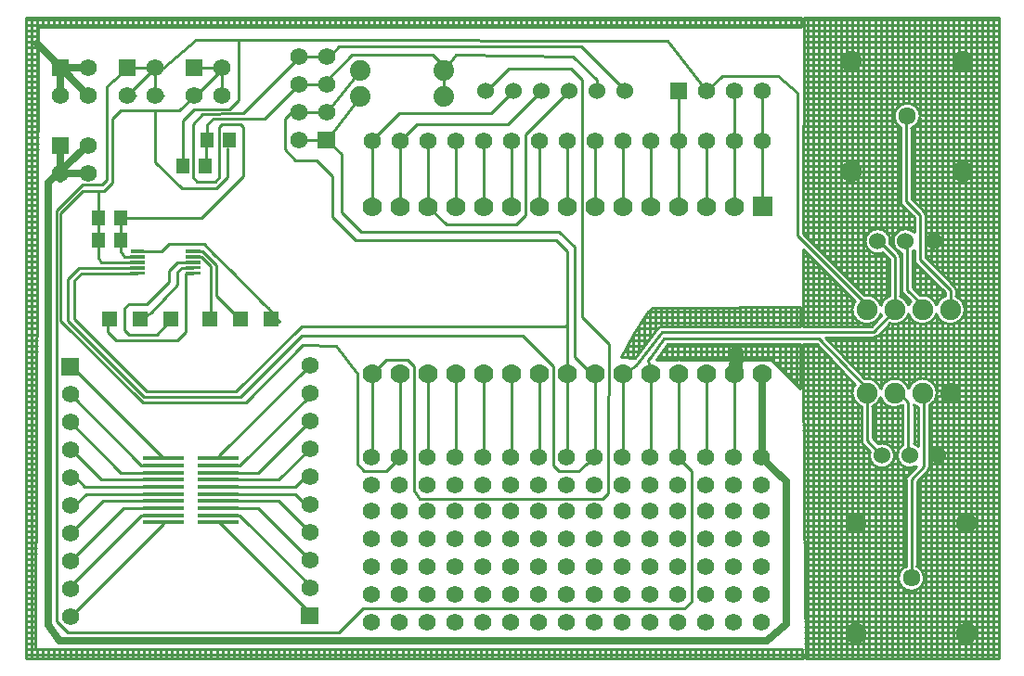
<source format=gtl>
G04 Layer: TopLayer*
G04 EasyEDA v6.1.30, Mon, 13 May 2019 14:05:24 GMT*
G04 ec786ea291e64042a76a9efa09ec0a6e,e7f1f9e1ee6f4799bc2d14f0a93ba244,10*
G04 Gerber Generator version 0.2*
G04 Scale: 100 percent, Rotated: No, Reflected: No *
G04 Dimensions in inches *
G04 leading zeros omitted , absolute positions ,2 integer and 4 decimal *
%FSLAX24Y24*%
%MOIN*%
G90*
G70D02*

%ADD10C,0.010000*%
%ADD11C,0.025000*%
%ADD12C,0.050000*%
%ADD13R,0.055118X0.055118*%
%ADD14R,0.045670X0.057087*%
%ADD15R,0.150000X0.016000*%
%ADD16R,0.051181X0.011800*%
%ADD17C,0.062000*%
%ADD18R,0.062000X0.062000*%
%ADD20C,0.070000*%
%ADD21C,0.063500*%
%ADD22C,0.075500*%
%ADD23C,0.060000*%
%ADD24C,0.074000*%
%ADD25C,0.075000*%

%LPD*%
G54D10*
G01X7100Y6328D02*
G01X9827Y6328D01*
G01X10200Y6700D01*
G01X10350Y6700D01*
G01X7100Y6071D02*
G01X9827Y6071D01*
G01X10200Y5700D01*
G01X10350Y5700D01*
G01X7100Y6583D02*
G01X9233Y6583D01*
G01X10350Y7700D01*
G01X7100Y5816D02*
G01X9233Y5816D01*
G01X10350Y4700D01*
G01X7100Y5560D02*
G01X8489Y5560D01*
G01X10350Y3700D01*
G01X7100Y5303D02*
G01X7846Y5303D01*
G01X10450Y2700D01*
G01X10350Y2700D01*
G01X7100Y5048D02*
G01X10350Y1798D01*
G01X10350Y1700D01*
G01X7100Y6839D02*
G01X8489Y6839D01*
G01X10350Y8700D01*
G01X7100Y7096D02*
G01X7846Y7096D01*
G01X10450Y9700D01*
G01X10350Y9700D01*
G01X7100Y7351D02*
G01X7100Y7450D01*
G01X10350Y10700D01*
G01X5100Y6328D02*
G01X2271Y6328D01*
G01X1950Y6650D01*
G01X1750Y6650D01*
G01X5100Y6071D02*
G01X2321Y6071D01*
G01X1900Y5650D01*
G01X1750Y5650D01*
G01X5100Y6584D02*
G01X2865Y6584D01*
G01X1800Y7650D01*
G01X1750Y7650D01*
G01X5100Y5816D02*
G01X2916Y5816D01*
G01X1750Y4650D01*
G01X5100Y5560D02*
G01X3660Y5560D01*
G01X1750Y3650D01*
G01X5100Y6839D02*
G01X3560Y6839D01*
G01X1750Y8650D01*
G01X5100Y7100D02*
G01X4300Y7100D01*
G01X1750Y9650D01*
G01X5100Y5303D02*
G01X4303Y5303D01*
G01X1650Y2650D01*
G01X1750Y2650D01*
G01X1750Y1650D02*
G01X5100Y5000D01*
G01X5100Y5048D01*
G01X5100Y7351D02*
G01X1801Y10650D01*
G01X1750Y10650D01*
G01X12600Y10400D02*
G01X12600Y7550D01*
G01X13600Y10400D02*
G01X13600Y7550D01*
G01X14600Y10400D02*
G01X14600Y7550D01*
G01X15600Y10400D02*
G01X15600Y7550D01*
G01X16600Y10400D02*
G01X16600Y7550D01*
G01X17600Y10400D02*
G01X17600Y7550D01*
G01X18600Y10400D02*
G01X18600Y7550D01*
G01X19600Y10400D02*
G01X19600Y7550D01*
G01X20600Y10400D02*
G01X20600Y7550D01*
G01X21600Y10400D02*
G01X21600Y7550D01*
G01X22600Y10400D02*
G01X22600Y7550D01*
G01X23600Y10350D02*
G01X23600Y7550D01*
G01X24600Y10400D02*
G01X24600Y7550D01*
G01X25600Y10400D02*
G01X25600Y7550D01*
G54D11*
G01X26600Y10400D02*
G01X26600Y7550D01*
G54D10*
G01X26600Y16150D02*
G01X26600Y19850D01*
G01X25600Y16150D02*
G01X25600Y19850D01*
G01X24600Y18750D02*
G01X24600Y16150D01*
G01X23600Y19850D02*
G01X23600Y16150D01*
G01X22600Y18750D02*
G01X22600Y16150D01*
G01X21600Y18750D02*
G01X21600Y16150D01*
G01X20600Y18750D02*
G01X20600Y16150D01*
G01X19600Y18750D02*
G01X19600Y16150D01*
G01X18600Y18750D02*
G01X18600Y16150D01*
G01X17600Y18750D02*
G01X17600Y16150D01*
G01X16600Y18750D02*
G01X16600Y16150D01*
G01X15600Y18750D02*
G01X15600Y16150D01*
G01X14600Y18750D02*
G01X14600Y16150D01*
G01X6600Y17850D02*
G01X6650Y18800D01*
G01X6650Y19330D01*
G01X6650Y19350D01*
G01X6890Y19550D01*
G01X8740Y19550D01*
G01X9950Y20800D01*
G01X9950Y20800D02*
G01X10950Y20800D01*
G01X24600Y20550D02*
G01X25150Y21100D01*
G01X27177Y21100D01*
G01X27850Y20494D01*
G01X27850Y15350D01*
G01X30350Y12850D01*
G01X9083Y22400D02*
G01X9800Y22400D01*
G01X23200Y22350D01*
G01X24600Y20550D01*
G01X31846Y7500D02*
G01X31846Y9353D01*
G01X31350Y9850D01*
G01X30350Y9850D02*
G01X30350Y7996D01*
G01X30846Y7500D01*
G01X31950Y3050D02*
G01X31950Y6600D01*
G01X32400Y7050D01*
G01X32400Y9850D01*
G01X32350Y9850D01*
G01X31350Y12850D02*
G01X31350Y14596D01*
G01X30796Y15150D01*
G01X31796Y15150D02*
G01X31796Y13403D01*
G01X32350Y12850D01*
G01X33350Y12850D02*
G01X33350Y13400D01*
G01X32250Y14500D01*
G01X32250Y16100D01*
G01X31750Y16600D01*
G01X31750Y19700D01*
G01X31800Y19750D01*
G01X9950Y21800D02*
G01X10950Y21800D01*
G01X9950Y19800D02*
G01X10950Y19800D01*
G01X9950Y18800D02*
G01X10950Y18800D01*
G01X15150Y21350D02*
G01X15150Y20300D01*
G01X12250Y21350D02*
G01X12150Y21300D01*
G01X10950Y19800D01*
G01X12150Y20350D02*
G01X10950Y18800D01*
G01X10950Y18800D01*
G01X10950Y20800D02*
G01X10950Y20915D01*
G01X11860Y21850D01*
G01X10950Y21800D02*
G01X11050Y21800D01*
G01X11400Y22150D01*
G01X11860Y21850D02*
G01X12050Y21850D01*
G01X14750Y21850D01*
G01X15250Y21350D01*
G01X11396Y22150D02*
G01X20100Y22150D01*
G01X21450Y20800D01*
G01X21522Y20800D01*
G01X20522Y20800D02*
G01X20650Y20800D01*
G01X20650Y20950D01*
G01X19800Y21800D01*
G01X15600Y21850D01*
G01X15150Y21300D01*
G01X16347Y15750D02*
G01X17750Y15750D01*
G01X18100Y16100D01*
G01X18100Y19000D01*
G01X19600Y20500D01*
G01X19522Y20500D01*
G01X19522Y20800D01*
G01X14600Y16150D02*
G01X14600Y16400D01*
G01X15250Y15750D01*
G01X16450Y15750D01*
G01X16450Y15750D01*
G01X16600Y15750D01*
G01X9950Y19800D02*
G01X9700Y19800D01*
G01X9450Y19550D01*
G01X9450Y18450D01*
G01X9846Y18050D01*
G01X10600Y18050D01*
G01X11170Y17480D01*
G01X11170Y16030D01*
G01X11450Y15750D01*
G01X16600Y20800D02*
G01X16600Y20450D01*
G01X17500Y21350D01*
G01X19727Y21350D01*
G01X20127Y20953D01*
G01X20127Y12421D01*
G01X20834Y11715D01*
G01X22500Y10900D02*
G01X22606Y11003D01*
G01X23077Y11650D01*
G01X28639Y11650D01*
G01X30350Y9850D01*
G01X20700Y11850D02*
G01X21097Y11450D01*
G01X21056Y7759D01*
G01X21056Y6105D01*
G01X20850Y5900D01*
G01X14300Y5900D01*
G01X14100Y6200D01*
G01X14100Y10650D01*
G01X13850Y10900D01*
G01X13100Y10900D01*
G01X12600Y10400D01*
G01X20600Y10150D02*
G01X20600Y10250D01*
G01X19850Y10992D01*
G01X19850Y14950D01*
G01X19300Y15500D01*
G01X12200Y15500D01*
G01X11500Y16200D01*
G01X11500Y18300D01*
G01X10950Y18800D01*
G01X19600Y10150D02*
G01X19600Y14800D01*
G01X19200Y15200D01*
G01X12000Y15200D01*
G01X11169Y16032D01*
G01X12693Y15200D02*
G01X12578Y15200D01*
G01X12000Y15200D01*
G01X11564Y15636D01*
G54D11*
G01X1400Y20400D02*
G01X1400Y20700D01*
G01X1400Y20978D01*
G01X1400Y21400D01*
G01X550Y22250D02*
G01X2400Y20400D01*
G01X2400Y21400D02*
G01X1400Y21400D01*
G54D10*
G01X5100Y21400D02*
G01X5100Y21400D01*
G01X5100Y21400D01*
G01X6250Y22400D01*
G01X9800Y22400D01*
G01X26600Y20750D02*
G01X26600Y19800D01*
G01X25600Y20750D02*
G01X25600Y19800D01*
G01X23600Y20750D02*
G01X23600Y19800D01*
G01X2750Y15950D02*
G01X2750Y15250D01*
G01X3550Y15950D02*
G01X3550Y15150D01*
G01X7200Y20500D02*
G01X7200Y21273D01*
G01X6150Y21400D02*
G01X7150Y21400D01*
G01X5100Y20400D02*
G01X4800Y20400D01*
G01X4800Y21238D01*
G01X4638Y21238D01*
G01X3800Y20400D01*
G01X4100Y20400D01*
G01X4100Y21400D02*
G01X5100Y21400D01*
G01X13600Y16400D02*
G01X13600Y18750D01*
G01X12600Y16400D02*
G01X12600Y18750D01*
G01X12600Y18750D02*
G01X12550Y18750D01*
G01X13550Y19750D01*
G01X16850Y19750D01*
G01X17650Y20550D01*
G01X13600Y18750D02*
G01X14200Y19350D01*
G01X17450Y19350D01*
G01X18650Y20550D01*
G54D12*
G01X25627Y10450D02*
G01X25650Y11150D01*
G54D11*
G01X27450Y6516D02*
G01X27000Y6950D01*
G01X26734Y7215D01*
G01X27450Y6517D02*
G01X27450Y1400D01*
G01X26750Y800D01*
G01X11700Y800D01*
G01X1363Y800D01*
G54D10*
G01X23000Y11900D02*
G01X23000Y11900D01*
G01X30603Y11900D01*
G01X31350Y12700D01*
G01X22500Y10900D02*
G01X22600Y10350D01*
G01X23000Y11900D02*
G01X23000Y11900D01*
G01X22071Y10696D01*
G01X21600Y10350D01*
G54D11*
G01X1363Y800D02*
G01X950Y1350D01*
G01X950Y17244D01*
G01X1500Y17750D01*
G01X2450Y18700D01*
G01X1400Y18600D02*
G01X1400Y17400D01*
G01X1250Y17600D02*
G01X2400Y17600D01*
G54D10*
G01X23550Y7400D02*
G01X24050Y6900D01*
G01X24050Y2200D01*
G01X23800Y1950D01*
G01X12250Y1950D01*
G01X11400Y1100D01*
G01X1650Y1100D01*
G01X1250Y1500D01*
G01X1250Y16250D01*
G01X2200Y17200D01*
G01X2900Y17200D01*
G01X3050Y17350D01*
G01X3050Y20736D01*
G01X3825Y21400D01*
G01X4100Y21400D01*
G01X5650Y19850D02*
G01X3550Y19850D01*
G01X3250Y19550D01*
G01X3250Y17250D01*
G01X2950Y16950D01*
G01X2200Y16950D01*
G01X1411Y16161D01*
G01X1411Y12288D01*
G01X4350Y9350D01*
G01X8050Y9350D01*
G01X10113Y11411D01*
G01X11292Y11403D01*
G01X12050Y10409D01*
G01X12050Y7150D01*
G01X12300Y6900D01*
G01X13100Y6900D01*
G01X13600Y7400D01*
G01X13550Y7400D01*
G01X6250Y20400D02*
G01X7250Y21400D01*
G01X6411Y20550D02*
G01X5678Y19850D01*
G01X7400Y18500D02*
G01X7400Y17450D01*
G01X7000Y17050D01*
G01X5750Y17050D01*
G01X4800Y18000D01*
G01X4800Y19850D01*
G01X5350Y19850D01*
G01X2750Y16950D02*
G01X2750Y16000D01*
G01X2750Y16000D01*
G01X7780Y22400D02*
G01X7780Y20230D01*
G01X7450Y19900D01*
G01X6200Y19900D01*
G01X5800Y19500D01*
G01X5800Y17850D01*
G01X9950Y21800D02*
G01X9950Y21750D01*
G01X7950Y19750D01*
G01X7800Y19750D01*
G01X6511Y19711D01*
G01X6150Y19350D01*
G01X6150Y17450D01*
G01X6300Y17300D01*
G01X6950Y17300D01*
G01X7100Y17450D01*
G01X7100Y19250D01*
G01X7200Y19350D01*
G01X7850Y19350D01*
G01X7950Y19250D01*
G01X7950Y17500D01*
G01X6450Y16000D01*
G01X3550Y16000D01*
G01X2750Y16000D02*
G01X2750Y16200D01*
G01X2750Y14550D01*
G01X2850Y14400D01*
G01X4165Y14400D01*
G01X4165Y14794D02*
G01X5044Y14794D01*
G01X5300Y15050D01*
G01X6550Y15050D01*
G01X6900Y14700D01*
G01X7550Y14050D01*
G01X4165Y14203D02*
G01X2053Y14203D01*
G01X1650Y13800D01*
G01X1650Y12300D01*
G01X4400Y9550D01*
G01X4400Y9550D01*
G01X7850Y9550D01*
G01X10050Y11750D01*
G01X17550Y11750D01*
G01X4165Y14005D02*
G01X2155Y14005D01*
G01X1900Y13750D01*
G01X1900Y12350D01*
G01X4500Y9750D01*
G01X7700Y9750D01*
G01X10050Y12100D01*
G01X17150Y12100D01*
G01X17034Y12100D02*
G01X19517Y12100D01*
G01X19600Y12182D01*
G01X17550Y11750D02*
G01X18000Y11750D01*
G01X19100Y10650D01*
G01X19100Y7100D01*
G01X19300Y6900D01*
G01X19993Y6900D01*
G01X20550Y7400D01*
G01X6159Y14009D02*
G01X5900Y13990D01*
G01X5900Y11900D01*
G01X5600Y11600D01*
G01X6159Y14205D02*
G01X5755Y14205D01*
G01X5600Y14050D01*
G01X5600Y13600D01*
G01X4650Y12600D01*
G01X4250Y12350D01*
G01X6159Y14401D02*
G01X5601Y14401D01*
G01X5300Y14100D01*
G01X5300Y13700D01*
G01X4575Y12975D01*
G01X6159Y14796D02*
G01X6503Y14796D01*
G01X7000Y14300D01*
G01X7000Y13196D01*
G01X7934Y12271D01*
G01X8000Y12250D01*
G01X6159Y14598D02*
G01X6451Y14598D01*
G01X6800Y14250D01*
G01X6800Y12450D01*
G01X6750Y12350D01*
G01X7550Y14050D02*
G01X8700Y12900D01*
G01X8850Y12750D01*
G01X9250Y12250D01*
G01X5600Y11600D02*
G01X3403Y11600D01*
G01X3100Y11900D01*
G01X3100Y12250D01*
G01X5300Y12250D02*
G01X4850Y11800D01*
G01X3857Y11800D01*
G01X3700Y11951D01*
G01X3700Y12750D01*
G01X3850Y12900D01*
G01X4500Y12900D01*
G01X4700Y13100D01*
G01X4165Y14596D02*
G01X3703Y14596D01*
G01X3550Y14800D01*
G01X3550Y14850D01*
G01X3550Y15200D01*
G01X28149Y156D02*
G01X28100Y5850D01*
G01X28100Y5850D02*
G01X28053Y11448D01*
G01X28053Y11448D02*
G01X28552Y11448D01*
G01X28552Y11448D02*
G01X29922Y10007D01*
G01X30148Y9213D02*
G01X30148Y7996D01*
G01X30207Y7853D02*
G01X30467Y7593D01*
G01X30752Y7878D02*
G01X30551Y8079D01*
G01X30551Y8079D02*
G01X30551Y9213D01*
G01X31644Y9263D02*
G01X31644Y7824D01*
G01X32127Y7062D02*
G01X31807Y6742D01*
G01X31748Y6600D02*
G01X31748Y3473D01*
G01X32151Y3473D02*
G01X32151Y6516D01*
G01X32151Y6516D02*
G01X32542Y6907D01*
G01X32601Y7050D02*
G01X32601Y9237D01*
G01X30275Y10221D02*
G01X28870Y11698D01*
G01X28870Y11698D02*
G01X30603Y11698D01*
G01X30751Y11762D02*
G01X31165Y12206D01*
G01X33551Y13186D02*
G01X33551Y13400D01*
G01X33492Y13542D02*
G01X32451Y14583D01*
G01X32451Y14583D02*
G01X32451Y16100D01*
G01X32392Y16242D02*
G01X31951Y16683D01*
G01X31951Y16683D02*
G01X31951Y19206D01*
G01X31548Y19254D02*
G01X31548Y16600D01*
G01X31607Y16457D02*
G01X32048Y16016D01*
G01X32048Y16016D02*
G01X32048Y15485D01*
G01X31594Y14724D02*
G01X31594Y13403D01*
G01X31653Y13261D02*
G01X31916Y12998D01*
G01X31551Y13186D02*
G01X31551Y14596D01*
G01X31492Y14738D02*
G01X31185Y15045D01*
G01X30925Y14735D02*
G01X31148Y14512D01*
G01X31148Y14512D02*
G01X31148Y13186D01*
G01X30265Y13219D02*
G01X28066Y15418D01*
G01X28066Y15418D02*
G01X28100Y23193D01*
G01X28100Y23193D02*
G01X35093Y23193D01*
G01X35093Y23193D02*
G01X35093Y156D01*
G01X35093Y156D02*
G01X28149Y156D01*
G01X28147Y295D02*
G01X35093Y295D01*
G01X28146Y497D02*
G01X35093Y497D01*
G01X28144Y699D02*
G01X35093Y699D01*
G01X28142Y901D02*
G01X35093Y901D01*
G01X28141Y1103D02*
G01X35093Y1103D01*
G01X28139Y1305D02*
G01X35093Y1305D01*
G01X28137Y1507D02*
G01X35093Y1507D01*
G01X28135Y1709D02*
G01X35093Y1709D01*
G01X28134Y1911D02*
G01X35093Y1911D01*
G01X28132Y2113D02*
G01X35093Y2113D01*
G01X28130Y2315D02*
G01X35093Y2315D01*
G01X28128Y2517D02*
G01X35093Y2517D01*
G01X28127Y2719D02*
G01X31616Y2719D01*
G01X32283Y2719D02*
G01X35093Y2719D01*
G01X28125Y2921D02*
G01X31498Y2921D01*
G01X32401Y2921D02*
G01X35093Y2921D01*
G01X28123Y3123D02*
G01X31486Y3123D01*
G01X32413Y3123D02*
G01X35093Y3123D01*
G01X28122Y3325D02*
G01X31570Y3325D01*
G01X32329Y3325D02*
G01X35093Y3325D01*
G01X28120Y3527D02*
G01X31748Y3527D01*
G01X32151Y3527D02*
G01X35093Y3527D01*
G01X28118Y3729D02*
G01X31748Y3729D01*
G01X32151Y3729D02*
G01X35093Y3729D01*
G01X28116Y3931D02*
G01X31748Y3931D01*
G01X32151Y3931D02*
G01X35093Y3931D01*
G01X28115Y4133D02*
G01X31748Y4133D01*
G01X32151Y4133D02*
G01X35093Y4133D01*
G01X28113Y4335D02*
G01X31748Y4335D01*
G01X32151Y4335D02*
G01X35093Y4335D01*
G01X28111Y4537D02*
G01X31748Y4537D01*
G01X32151Y4537D02*
G01X35093Y4537D01*
G01X28109Y4739D02*
G01X31748Y4739D01*
G01X32151Y4739D02*
G01X35093Y4739D01*
G01X28108Y4941D02*
G01X31748Y4941D01*
G01X32151Y4941D02*
G01X35093Y4941D01*
G01X28106Y5143D02*
G01X31748Y5143D01*
G01X32151Y5143D02*
G01X35093Y5143D01*
G01X28104Y5345D02*
G01X31748Y5345D01*
G01X32151Y5345D02*
G01X35093Y5345D01*
G01X28103Y5547D02*
G01X31748Y5547D01*
G01X32151Y5547D02*
G01X35093Y5547D01*
G01X28101Y5749D02*
G01X31748Y5749D01*
G01X32151Y5749D02*
G01X35093Y5749D01*
G01X28099Y5951D02*
G01X31748Y5951D01*
G01X32151Y5951D02*
G01X35093Y5951D01*
G01X28097Y6153D02*
G01X31748Y6153D01*
G01X32151Y6153D02*
G01X35093Y6153D01*
G01X28096Y6355D02*
G01X31748Y6355D01*
G01X32151Y6355D02*
G01X35093Y6355D01*
G01X28094Y6557D02*
G01X31748Y6557D01*
G01X32192Y6557D02*
G01X35093Y6557D01*
G01X28092Y6759D02*
G01X31824Y6759D01*
G01X32394Y6759D02*
G01X35093Y6759D01*
G01X28091Y6961D02*
G01X32026Y6961D01*
G01X32581Y6961D02*
G01X35093Y6961D01*
G01X28089Y7163D02*
G01X30546Y7163D01*
G01X31245Y7163D02*
G01X31546Y7163D01*
G01X32601Y7163D02*
G01X35093Y7163D01*
G01X28087Y7365D02*
G01X30452Y7365D01*
G01X31339Y7365D02*
G01X31452Y7365D01*
G01X32601Y7365D02*
G01X35093Y7365D01*
G01X28085Y7567D02*
G01X30460Y7567D01*
G01X31331Y7567D02*
G01X31460Y7567D01*
G01X32601Y7567D02*
G01X35093Y7567D01*
G01X28084Y7769D02*
G01X30291Y7769D01*
G01X31214Y7769D02*
G01X31577Y7769D01*
G01X32601Y7769D02*
G01X35093Y7769D01*
G01X28082Y7971D02*
G01X30149Y7971D01*
G01X30659Y7971D02*
G01X31644Y7971D01*
G01X32601Y7971D02*
G01X35093Y7971D01*
G01X28080Y8173D02*
G01X30148Y8173D01*
G01X30551Y8173D02*
G01X31644Y8173D01*
G01X32601Y8173D02*
G01X35093Y8173D01*
G01X28079Y8375D02*
G01X30148Y8375D01*
G01X30551Y8375D02*
G01X31644Y8375D01*
G01X32601Y8375D02*
G01X35093Y8375D01*
G01X28077Y8577D02*
G01X30148Y8577D01*
G01X30551Y8577D02*
G01X31644Y8577D01*
G01X32601Y8577D02*
G01X35093Y8577D01*
G01X28075Y8779D02*
G01X30148Y8779D01*
G01X30551Y8779D02*
G01X31644Y8779D01*
G01X32601Y8779D02*
G01X35093Y8779D01*
G01X28073Y8981D02*
G01X30148Y8981D01*
G01X30551Y8981D02*
G01X31644Y8981D01*
G01X32601Y8981D02*
G01X35093Y8981D01*
G01X28072Y9183D02*
G01X30148Y9183D01*
G01X30551Y9183D02*
G01X31246Y9183D01*
G01X31453Y9183D02*
G01X31644Y9183D01*
G01X32601Y9183D02*
G01X35093Y9183D01*
G01X28070Y9385D02*
G01X29927Y9385D01*
G01X30772Y9385D02*
G01X30927Y9385D01*
G01X32772Y9385D02*
G01X35093Y9385D01*
G01X28068Y9587D02*
G01X29835Y9587D01*
G01X32864Y9587D02*
G01X35093Y9587D01*
G01X28067Y9789D02*
G01X29831Y9789D01*
G01X32868Y9789D02*
G01X35093Y9789D01*
G01X28065Y9991D02*
G01X29911Y9991D01*
G01X30788Y9991D02*
G01X30911Y9991D01*
G01X31788Y9991D02*
G01X31911Y9991D01*
G01X32788Y9991D02*
G01X35093Y9991D01*
G01X28063Y10193D02*
G01X29745Y10193D01*
G01X30532Y10193D02*
G01X31167Y10193D01*
G01X31532Y10193D02*
G01X32167Y10193D01*
G01X32532Y10193D02*
G01X35093Y10193D01*
G01X28061Y10395D02*
G01X29553Y10395D01*
G01X30109Y10395D02*
G01X35093Y10395D01*
G01X28060Y10597D02*
G01X29361Y10597D01*
G01X29917Y10597D02*
G01X35093Y10597D01*
G01X28058Y10799D02*
G01X29169Y10799D01*
G01X29725Y10799D02*
G01X35093Y10799D01*
G01X28056Y11001D02*
G01X28977Y11001D01*
G01X29533Y11001D02*
G01X35093Y11001D01*
G01X28055Y11203D02*
G01X28785Y11203D01*
G01X29341Y11203D02*
G01X35093Y11203D01*
G01X28053Y11405D02*
G01X28593Y11405D01*
G01X29149Y11405D02*
G01X35093Y11405D01*
G01X28957Y11607D02*
G01X35093Y11607D01*
G01X30795Y11809D02*
G01X35093Y11809D01*
G01X30983Y12011D02*
G01X35093Y12011D01*
G01X31552Y12213D02*
G01X32147Y12213D01*
G01X32552Y12213D02*
G01X33147Y12213D01*
G01X33552Y12213D02*
G01X35093Y12213D01*
G01X31793Y12415D02*
G01X31906Y12415D01*
G01X32793Y12415D02*
G01X32906Y12415D01*
G01X33793Y12415D02*
G01X35093Y12415D01*
G01X33870Y12617D02*
G01X35093Y12617D01*
G01X33862Y12819D02*
G01X35093Y12819D01*
G01X30766Y13021D02*
G01X30933Y13021D01*
G01X31766Y13021D02*
G01X31893Y13021D01*
G01X33766Y13021D02*
G01X35093Y13021D01*
G01X30261Y13223D02*
G01X30296Y13223D01*
G01X30403Y13223D02*
G01X31148Y13223D01*
G01X31551Y13223D02*
G01X31691Y13223D01*
G01X33551Y13223D02*
G01X35093Y13223D01*
G01X30059Y13425D02*
G01X31148Y13425D01*
G01X31551Y13425D02*
G01X31594Y13425D01*
G01X33549Y13425D02*
G01X35093Y13425D01*
G01X29857Y13627D02*
G01X31148Y13627D01*
G01X31551Y13627D02*
G01X31594Y13627D01*
G01X33407Y13627D02*
G01X35093Y13627D01*
G01X29655Y13829D02*
G01X31148Y13829D01*
G01X31551Y13829D02*
G01X31594Y13829D01*
G01X33205Y13829D02*
G01X35093Y13829D01*
G01X29453Y14031D02*
G01X31148Y14031D01*
G01X31551Y14031D02*
G01X31594Y14031D01*
G01X33003Y14031D02*
G01X35093Y14031D01*
G01X29251Y14233D02*
G01X31148Y14233D01*
G01X31551Y14233D02*
G01X31594Y14233D01*
G01X32801Y14233D02*
G01X35093Y14233D01*
G01X29049Y14435D02*
G01X31148Y14435D01*
G01X31551Y14435D02*
G01X31594Y14435D01*
G01X32599Y14435D02*
G01X35093Y14435D01*
G01X28847Y14637D02*
G01X31023Y14637D01*
G01X31547Y14637D02*
G01X31594Y14637D01*
G01X32451Y14637D02*
G01X35093Y14637D01*
G01X28645Y14839D02*
G01X30418Y14839D01*
G01X31391Y14839D02*
G01X31418Y14839D01*
G01X32451Y14839D02*
G01X35093Y14839D01*
G01X28443Y15041D02*
G01X30307Y15041D01*
G01X31189Y15041D02*
G01X31307Y15041D01*
G01X32451Y15041D02*
G01X35093Y15041D01*
G01X28241Y15243D02*
G01X30304Y15243D01*
G01X31187Y15243D02*
G01X31304Y15243D01*
G01X32451Y15243D02*
G01X35093Y15243D01*
G01X28066Y15445D02*
G01X30405Y15445D01*
G01X31087Y15445D02*
G01X31405Y15445D01*
G01X32451Y15445D02*
G01X35093Y15445D01*
G01X28067Y15647D02*
G01X32048Y15647D01*
G01X32451Y15647D02*
G01X35093Y15647D01*
G01X28068Y15849D02*
G01X32048Y15849D01*
G01X32451Y15849D02*
G01X35093Y15849D01*
G01X28069Y16051D02*
G01X32013Y16051D01*
G01X32451Y16051D02*
G01X35093Y16051D01*
G01X28069Y16253D02*
G01X31811Y16253D01*
G01X32381Y16253D02*
G01X35093Y16253D01*
G01X28070Y16455D02*
G01X31609Y16455D01*
G01X32179Y16455D02*
G01X35093Y16455D01*
G01X28071Y16657D02*
G01X31548Y16657D01*
G01X31977Y16657D02*
G01X35093Y16657D01*
G01X28072Y16859D02*
G01X31548Y16859D01*
G01X31951Y16859D02*
G01X35093Y16859D01*
G01X28073Y17061D02*
G01X31548Y17061D01*
G01X31951Y17061D02*
G01X35093Y17061D01*
G01X28074Y17263D02*
G01X31548Y17263D01*
G01X31951Y17263D02*
G01X35093Y17263D01*
G01X28075Y17465D02*
G01X31548Y17465D01*
G01X31951Y17465D02*
G01X35093Y17465D01*
G01X28076Y17667D02*
G01X31548Y17667D01*
G01X31951Y17667D02*
G01X35093Y17667D01*
G01X28076Y17869D02*
G01X31548Y17869D01*
G01X31951Y17869D02*
G01X35093Y17869D01*
G01X28077Y18071D02*
G01X31548Y18071D01*
G01X31951Y18071D02*
G01X35093Y18071D01*
G01X28078Y18273D02*
G01X31548Y18273D01*
G01X31951Y18273D02*
G01X35093Y18273D01*
G01X28079Y18475D02*
G01X31548Y18475D01*
G01X31951Y18475D02*
G01X35093Y18475D01*
G01X28080Y18677D02*
G01X31548Y18677D01*
G01X31951Y18677D02*
G01X35093Y18677D01*
G01X28081Y18879D02*
G01X31548Y18879D01*
G01X31951Y18879D02*
G01X35093Y18879D01*
G01X28082Y19081D02*
G01X31548Y19081D01*
G01X31951Y19081D02*
G01X35093Y19081D01*
G01X28083Y19283D02*
G01X31506Y19283D01*
G01X32093Y19283D02*
G01X35093Y19283D01*
G01X28083Y19485D02*
G01X31360Y19485D01*
G01X32239Y19485D02*
G01X35093Y19485D01*
G01X28084Y19687D02*
G01X31332Y19687D01*
G01X32267Y19687D02*
G01X35093Y19687D01*
G01X28085Y19889D02*
G01X31396Y19889D01*
G01X32203Y19889D02*
G01X35093Y19889D01*
G01X28086Y20091D02*
G01X31642Y20091D01*
G01X31957Y20091D02*
G01X35093Y20091D01*
G01X28087Y20293D02*
G01X35093Y20293D01*
G01X28088Y20495D02*
G01X35093Y20495D01*
G01X28089Y20697D02*
G01X35093Y20697D01*
G01X28090Y20899D02*
G01X35093Y20899D01*
G01X28090Y21101D02*
G01X35093Y21101D01*
G01X28091Y21303D02*
G01X35093Y21303D01*
G01X28092Y21505D02*
G01X35093Y21505D01*
G01X28093Y21707D02*
G01X35093Y21707D01*
G01X28094Y21909D02*
G01X35093Y21909D01*
G01X28095Y22111D02*
G01X35093Y22111D01*
G01X28096Y22313D02*
G01X35093Y22313D01*
G01X28097Y22515D02*
G01X35093Y22515D01*
G01X28097Y22717D02*
G01X35093Y22717D01*
G01X28098Y22919D02*
G01X35093Y22919D01*
G01X28099Y23121D02*
G01X35093Y23121D01*
G01X35092Y156D02*
G01X35092Y23193D01*
G01X34890Y156D02*
G01X34890Y23193D01*
G01X34688Y156D02*
G01X34688Y23193D01*
G01X34486Y156D02*
G01X34486Y23193D01*
G01X34284Y156D02*
G01X34284Y23193D01*
G01X34082Y156D02*
G01X34082Y23193D01*
G01X33880Y156D02*
G01X33880Y23193D01*
G01X33678Y156D02*
G01X33678Y12288D01*
G01X33678Y13111D02*
G01X33678Y23193D01*
G01X33476Y156D02*
G01X33476Y12189D01*
G01X33476Y13558D02*
G01X33476Y23193D01*
G01X33274Y156D02*
G01X33274Y12178D01*
G01X33274Y13760D02*
G01X33274Y23193D01*
G01X33072Y156D02*
G01X33072Y12252D01*
G01X33072Y13962D02*
G01X33072Y23193D01*
G01X32870Y156D02*
G01X32870Y9623D01*
G01X32870Y9776D02*
G01X32870Y12481D01*
G01X32870Y14164D02*
G01X32870Y23193D01*
G01X32668Y156D02*
G01X32668Y9281D01*
G01X32668Y10118D02*
G01X32668Y12281D01*
G01X32668Y14366D02*
G01X32668Y23193D01*
G01X32466Y156D02*
G01X32466Y6831D01*
G01X32466Y10213D02*
G01X32466Y12186D01*
G01X32466Y14568D02*
G01X32466Y23193D01*
G01X32264Y156D02*
G01X32264Y2702D01*
G01X32264Y3397D02*
G01X32264Y6629D01*
G01X32264Y10219D02*
G01X32264Y12180D01*
G01X32264Y16370D02*
G01X32264Y19588D01*
G01X32264Y19711D02*
G01X32264Y23193D01*
G01X32062Y156D02*
G01X32062Y2594D01*
G01X32062Y6997D02*
G01X32062Y7030D01*
G01X32062Y10141D02*
G01X32062Y12258D01*
G01X32062Y16572D02*
G01X32062Y19261D01*
G01X32062Y20038D02*
G01X32062Y23193D01*
G01X31860Y156D02*
G01X31860Y2589D01*
G01X31860Y6795D02*
G01X31860Y6999D01*
G01X31860Y9894D02*
G01X31860Y12505D01*
G01X31860Y12894D02*
G01X31860Y13054D01*
G01X31860Y15586D02*
G01X31860Y16204D01*
G01X31860Y20115D02*
G01X31860Y23193D01*
G01X31658Y156D02*
G01X31658Y2682D01*
G01X31658Y3417D02*
G01X31658Y7065D01*
G01X31658Y10126D02*
G01X31658Y12273D01*
G01X31658Y13126D02*
G01X31658Y13256D01*
G01X31658Y15592D02*
G01X31658Y16406D01*
G01X31658Y20097D02*
G01X31658Y23193D01*
G01X31456Y156D02*
G01X31456Y7345D01*
G01X31456Y7554D02*
G01X31456Y9184D01*
G01X31456Y10215D02*
G01X31456Y12184D01*
G01X31456Y14774D02*
G01X31456Y14803D01*
G01X31456Y15496D02*
G01X31456Y19330D01*
G01X31456Y19969D02*
G01X31456Y23193D01*
G01X31254Y156D02*
G01X31254Y7175D01*
G01X31254Y7724D02*
G01X31254Y9182D01*
G01X31254Y10217D02*
G01X31254Y12182D01*
G01X31254Y14976D02*
G01X31254Y23193D01*
G01X31052Y156D02*
G01X31052Y7026D01*
G01X31052Y7873D02*
G01X31052Y9265D01*
G01X31052Y10134D02*
G01X31052Y12085D01*
G01X31052Y13134D02*
G01X31052Y14608D01*
G01X31052Y15481D02*
G01X31052Y23193D01*
G01X30850Y156D02*
G01X30850Y7000D01*
G01X30850Y7899D02*
G01X30850Y9532D01*
G01X30850Y9867D02*
G01X30850Y11869D01*
G01X30850Y12867D02*
G01X30850Y14710D01*
G01X30850Y15589D02*
G01X30850Y23193D01*
G01X30648Y156D02*
G01X30648Y7072D01*
G01X30648Y7982D02*
G01X30648Y9266D01*
G01X30648Y10133D02*
G01X30648Y11703D01*
G01X30648Y13133D02*
G01X30648Y14709D01*
G01X30648Y15590D02*
G01X30648Y23193D01*
G01X30446Y156D02*
G01X30446Y7404D01*
G01X30446Y7495D02*
G01X30446Y7614D01*
G01X30446Y10217D02*
G01X30446Y11698D01*
G01X30446Y13217D02*
G01X30446Y14811D01*
G01X30446Y15488D02*
G01X30446Y23193D01*
G01X30244Y156D02*
G01X30244Y7816D01*
G01X30244Y10253D02*
G01X30244Y11698D01*
G01X30244Y13240D02*
G01X30244Y23193D01*
G01X30042Y156D02*
G01X30042Y9272D01*
G01X30042Y10465D02*
G01X30042Y11698D01*
G01X30042Y13442D02*
G01X30042Y23193D01*
G01X29840Y156D02*
G01X29840Y9565D01*
G01X29840Y9834D02*
G01X29840Y10093D01*
G01X29840Y10678D02*
G01X29840Y11698D01*
G01X29840Y13644D02*
G01X29840Y23193D01*
G01X29638Y156D02*
G01X29638Y10305D01*
G01X29638Y10890D02*
G01X29638Y11698D01*
G01X29638Y13846D02*
G01X29638Y23193D01*
G01X29436Y156D02*
G01X29436Y10518D01*
G01X29436Y11103D02*
G01X29436Y11698D01*
G01X29436Y14048D02*
G01X29436Y23193D01*
G01X29234Y156D02*
G01X29234Y10730D01*
G01X29234Y11315D02*
G01X29234Y11698D01*
G01X29234Y14250D02*
G01X29234Y23193D01*
G01X29032Y156D02*
G01X29032Y10943D01*
G01X29032Y11528D02*
G01X29032Y11698D01*
G01X29032Y14452D02*
G01X29032Y23193D01*
G01X28830Y156D02*
G01X28830Y11155D01*
G01X28830Y14654D02*
G01X28830Y23193D01*
G01X28628Y156D02*
G01X28628Y11368D01*
G01X28628Y14856D02*
G01X28628Y23193D01*
G01X28426Y156D02*
G01X28426Y11448D01*
G01X28426Y15058D02*
G01X28426Y23193D01*
G01X28224Y156D02*
G01X28224Y11448D01*
G01X28224Y15260D02*
G01X28224Y23193D01*
G01X32047Y7875D02*
G01X32047Y9269D01*
G01X32198Y9195D02*
G01X32198Y7785D01*
G01X32047Y7971D02*
G01X32198Y7971D01*
G01X32047Y8173D02*
G01X32198Y8173D01*
G01X32047Y8375D02*
G01X32198Y8375D01*
G01X32047Y8577D02*
G01X32198Y8577D01*
G01X32047Y8779D02*
G01X32198Y8779D01*
G01X32047Y8981D02*
G01X32198Y8981D01*
G01X32047Y9183D02*
G01X32198Y9183D01*
G01X32062Y7869D02*
G01X32062Y9258D01*
G01X28052Y12101D02*
G01X28063Y14851D01*
G01X28063Y14851D02*
G01X29916Y12998D01*
G01X30870Y12481D02*
G01X30516Y12101D01*
G01X30516Y12101D02*
G01X28052Y12101D01*
G01X28052Y12213D02*
G01X30147Y12213D01*
G01X30552Y12213D02*
G01X30621Y12213D01*
G01X28053Y12415D02*
G01X29906Y12415D01*
G01X30793Y12415D02*
G01X30809Y12415D01*
G01X28054Y12617D02*
G01X29829Y12617D01*
G01X28055Y12819D02*
G01X29837Y12819D01*
G01X28056Y13021D02*
G01X29893Y13021D01*
G01X28056Y13223D02*
G01X29691Y13223D01*
G01X28057Y13425D02*
G01X29489Y13425D01*
G01X28058Y13627D02*
G01X29287Y13627D01*
G01X28059Y13829D02*
G01X29085Y13829D01*
G01X28060Y14031D02*
G01X28883Y14031D01*
G01X28061Y14233D02*
G01X28681Y14233D01*
G01X28062Y14435D02*
G01X28479Y14435D01*
G01X28063Y14637D02*
G01X28277Y14637D01*
G01X28063Y14839D02*
G01X28075Y14839D01*
G01X30850Y12460D02*
G01X30850Y12532D01*
G01X30648Y12243D02*
G01X30648Y12266D01*
G01X30446Y12101D02*
G01X30446Y12182D01*
G01X30244Y12101D02*
G01X30244Y12184D01*
G01X30042Y12101D02*
G01X30042Y12272D01*
G01X29840Y12101D02*
G01X29840Y12565D01*
G01X29840Y12834D02*
G01X29840Y13074D01*
G01X29638Y12101D02*
G01X29638Y13276D01*
G01X29436Y12101D02*
G01X29436Y13478D01*
G01X29234Y12101D02*
G01X29234Y13680D01*
G01X29032Y12101D02*
G01X29032Y13882D01*
G01X28830Y12101D02*
G01X28830Y14084D01*
G01X28628Y12101D02*
G01X28628Y14286D01*
G01X28426Y12101D02*
G01X28426Y14488D01*
G01X28224Y12101D02*
G01X28224Y14690D01*
G01X32265Y13219D02*
G01X31997Y13487D01*
G01X31997Y13487D02*
G01X31997Y14775D01*
G01X32048Y14814D02*
G01X32048Y14500D01*
G01X32107Y14357D02*
G01X33148Y13316D01*
G01X33148Y13316D02*
G01X33148Y13186D01*
G01X32766Y13021D02*
G01X32933Y13021D01*
G01X32261Y13223D02*
G01X32296Y13223D01*
G01X32403Y13223D02*
G01X33148Y13223D01*
G01X32059Y13425D02*
G01X33039Y13425D01*
G01X31997Y13627D02*
G01X32837Y13627D01*
G01X31997Y13829D02*
G01X32635Y13829D01*
G01X31997Y14031D02*
G01X32433Y14031D01*
G01X31997Y14233D02*
G01X32231Y14233D01*
G01X31997Y14435D02*
G01X32058Y14435D01*
G01X31997Y14637D02*
G01X32048Y14637D01*
G01X33072Y13147D02*
G01X33072Y13392D01*
G01X32870Y12918D02*
G01X32870Y13594D01*
G01X32668Y13118D02*
G01X32668Y13796D01*
G01X32466Y13213D02*
G01X32466Y13998D01*
G01X32264Y13220D02*
G01X32264Y14200D01*
G01X32062Y13422D02*
G01X32062Y14425D01*
G01X156Y156D02*
G01X156Y23193D01*
G01X156Y23193D02*
G01X27999Y23193D01*
G01X27999Y23193D02*
G01X27997Y22850D01*
G01X27997Y22850D02*
G01X650Y22850D01*
G01X599Y22800D02*
G01X499Y550D01*
G01X550Y499D02*
G01X28045Y499D01*
G01X28045Y499D02*
G01X28048Y156D01*
G01X28048Y156D02*
G01X156Y156D01*
G01X156Y295D02*
G01X28046Y295D01*
G01X156Y497D02*
G01X28045Y497D01*
G01X156Y699D02*
G01X500Y699D01*
G01X156Y901D02*
G01X501Y901D01*
G01X156Y1103D02*
G01X501Y1103D01*
G01X156Y1305D02*
G01X502Y1305D01*
G01X156Y1507D02*
G01X503Y1507D01*
G01X156Y1709D02*
G01X504Y1709D01*
G01X156Y1911D02*
G01X505Y1911D01*
G01X156Y2113D02*
G01X506Y2113D01*
G01X156Y2315D02*
G01X507Y2315D01*
G01X156Y2517D02*
G01X508Y2517D01*
G01X156Y2719D02*
G01X509Y2719D01*
G01X156Y2921D02*
G01X510Y2921D01*
G01X156Y3123D02*
G01X511Y3123D01*
G01X156Y3325D02*
G01X511Y3325D01*
G01X156Y3527D02*
G01X512Y3527D01*
G01X156Y3729D02*
G01X513Y3729D01*
G01X156Y3931D02*
G01X514Y3931D01*
G01X156Y4133D02*
G01X515Y4133D01*
G01X156Y4335D02*
G01X516Y4335D01*
G01X156Y4537D02*
G01X517Y4537D01*
G01X156Y4739D02*
G01X518Y4739D01*
G01X156Y4941D02*
G01X519Y4941D01*
G01X156Y5143D02*
G01X520Y5143D01*
G01X156Y5345D02*
G01X521Y5345D01*
G01X156Y5547D02*
G01X521Y5547D01*
G01X156Y5749D02*
G01X522Y5749D01*
G01X156Y5951D02*
G01X523Y5951D01*
G01X156Y6153D02*
G01X524Y6153D01*
G01X156Y6355D02*
G01X525Y6355D01*
G01X156Y6557D02*
G01X526Y6557D01*
G01X156Y6759D02*
G01X527Y6759D01*
G01X156Y6961D02*
G01X528Y6961D01*
G01X156Y7163D02*
G01X529Y7163D01*
G01X156Y7365D02*
G01X530Y7365D01*
G01X156Y7567D02*
G01X531Y7567D01*
G01X156Y7769D02*
G01X531Y7769D01*
G01X156Y7971D02*
G01X532Y7971D01*
G01X156Y8173D02*
G01X533Y8173D01*
G01X156Y8375D02*
G01X534Y8375D01*
G01X156Y8577D02*
G01X535Y8577D01*
G01X156Y8779D02*
G01X536Y8779D01*
G01X156Y8981D02*
G01X537Y8981D01*
G01X156Y9183D02*
G01X538Y9183D01*
G01X156Y9385D02*
G01X539Y9385D01*
G01X156Y9587D02*
G01X540Y9587D01*
G01X156Y9789D02*
G01X541Y9789D01*
G01X156Y9991D02*
G01X541Y9991D01*
G01X156Y10193D02*
G01X542Y10193D01*
G01X156Y10395D02*
G01X543Y10395D01*
G01X156Y10597D02*
G01X544Y10597D01*
G01X156Y10799D02*
G01X545Y10799D01*
G01X156Y11001D02*
G01X546Y11001D01*
G01X156Y11203D02*
G01X547Y11203D01*
G01X156Y11405D02*
G01X548Y11405D01*
G01X156Y11607D02*
G01X549Y11607D01*
G01X156Y11809D02*
G01X550Y11809D01*
G01X156Y12011D02*
G01X551Y12011D01*
G01X156Y12213D02*
G01X551Y12213D01*
G01X156Y12415D02*
G01X552Y12415D01*
G01X156Y12617D02*
G01X553Y12617D01*
G01X156Y12819D02*
G01X554Y12819D01*
G01X156Y13021D02*
G01X555Y13021D01*
G01X156Y13223D02*
G01X556Y13223D01*
G01X156Y13425D02*
G01X557Y13425D01*
G01X156Y13627D02*
G01X558Y13627D01*
G01X156Y13829D02*
G01X559Y13829D01*
G01X156Y14031D02*
G01X560Y14031D01*
G01X156Y14233D02*
G01X561Y14233D01*
G01X156Y14435D02*
G01X561Y14435D01*
G01X156Y14637D02*
G01X562Y14637D01*
G01X156Y14839D02*
G01X563Y14839D01*
G01X156Y15041D02*
G01X564Y15041D01*
G01X156Y15243D02*
G01X565Y15243D01*
G01X156Y15445D02*
G01X566Y15445D01*
G01X156Y15647D02*
G01X567Y15647D01*
G01X156Y15849D02*
G01X568Y15849D01*
G01X156Y16051D02*
G01X569Y16051D01*
G01X156Y16253D02*
G01X570Y16253D01*
G01X156Y16455D02*
G01X570Y16455D01*
G01X156Y16657D02*
G01X571Y16657D01*
G01X156Y16859D02*
G01X572Y16859D01*
G01X156Y17061D02*
G01X573Y17061D01*
G01X156Y17263D02*
G01X574Y17263D01*
G01X156Y17465D02*
G01X575Y17465D01*
G01X156Y17667D02*
G01X576Y17667D01*
G01X156Y17869D02*
G01X577Y17869D01*
G01X156Y18071D02*
G01X578Y18071D01*
G01X156Y18273D02*
G01X579Y18273D01*
G01X156Y18475D02*
G01X580Y18475D01*
G01X156Y18677D02*
G01X580Y18677D01*
G01X156Y18879D02*
G01X581Y18879D01*
G01X156Y19081D02*
G01X582Y19081D01*
G01X156Y19283D02*
G01X583Y19283D01*
G01X156Y19485D02*
G01X584Y19485D01*
G01X156Y19687D02*
G01X585Y19687D01*
G01X156Y19889D02*
G01X586Y19889D01*
G01X156Y20091D02*
G01X587Y20091D01*
G01X156Y20293D02*
G01X588Y20293D01*
G01X156Y20495D02*
G01X589Y20495D01*
G01X156Y20697D02*
G01X590Y20697D01*
G01X156Y20899D02*
G01X590Y20899D01*
G01X156Y21101D02*
G01X591Y21101D01*
G01X156Y21303D02*
G01X592Y21303D01*
G01X156Y21505D02*
G01X593Y21505D01*
G01X156Y21707D02*
G01X594Y21707D01*
G01X156Y21909D02*
G01X595Y21909D01*
G01X156Y22111D02*
G01X596Y22111D01*
G01X156Y22313D02*
G01X597Y22313D01*
G01X156Y22515D02*
G01X598Y22515D01*
G01X156Y22717D02*
G01X599Y22717D01*
G01X156Y22919D02*
G01X27997Y22919D01*
G01X156Y23121D02*
G01X27998Y23121D01*
G01X28022Y156D02*
G01X28022Y499D01*
G01X27820Y156D02*
G01X27820Y499D01*
G01X27820Y22850D02*
G01X27820Y23193D01*
G01X27618Y156D02*
G01X27618Y499D01*
G01X27618Y22850D02*
G01X27618Y23193D01*
G01X27416Y156D02*
G01X27416Y499D01*
G01X27416Y22850D02*
G01X27416Y23193D01*
G01X27214Y156D02*
G01X27214Y499D01*
G01X27214Y22850D02*
G01X27214Y23193D01*
G01X27012Y156D02*
G01X27012Y499D01*
G01X27012Y22850D02*
G01X27012Y23193D01*
G01X26810Y156D02*
G01X26810Y499D01*
G01X26810Y22850D02*
G01X26810Y23193D01*
G01X26608Y156D02*
G01X26608Y499D01*
G01X26608Y22850D02*
G01X26608Y23193D01*
G01X26406Y156D02*
G01X26406Y499D01*
G01X26406Y22850D02*
G01X26406Y23193D01*
G01X26204Y156D02*
G01X26204Y499D01*
G01X26204Y22850D02*
G01X26204Y23193D01*
G01X26002Y156D02*
G01X26002Y499D01*
G01X26002Y22850D02*
G01X26002Y23193D01*
G01X25800Y156D02*
G01X25800Y499D01*
G01X25800Y22850D02*
G01X25800Y23193D01*
G01X25598Y156D02*
G01X25598Y499D01*
G01X25598Y22850D02*
G01X25598Y23193D01*
G01X25396Y156D02*
G01X25396Y499D01*
G01X25396Y22850D02*
G01X25396Y23193D01*
G01X25194Y156D02*
G01X25194Y499D01*
G01X25194Y22850D02*
G01X25194Y23193D01*
G01X24992Y156D02*
G01X24992Y499D01*
G01X24992Y22850D02*
G01X24992Y23193D01*
G01X24790Y156D02*
G01X24790Y499D01*
G01X24790Y22850D02*
G01X24790Y23193D01*
G01X24588Y156D02*
G01X24588Y499D01*
G01X24588Y22850D02*
G01X24588Y23193D01*
G01X24386Y156D02*
G01X24386Y499D01*
G01X24386Y22850D02*
G01X24386Y23193D01*
G01X24184Y156D02*
G01X24184Y499D01*
G01X24184Y22850D02*
G01X24184Y23193D01*
G01X23982Y156D02*
G01X23982Y499D01*
G01X23982Y22850D02*
G01X23982Y23193D01*
G01X23780Y156D02*
G01X23780Y499D01*
G01X23780Y22850D02*
G01X23780Y23193D01*
G01X23578Y156D02*
G01X23578Y499D01*
G01X23578Y22850D02*
G01X23578Y23193D01*
G01X23376Y156D02*
G01X23376Y499D01*
G01X23376Y22850D02*
G01X23376Y23193D01*
G01X23174Y156D02*
G01X23174Y499D01*
G01X23174Y22850D02*
G01X23174Y23193D01*
G01X22972Y156D02*
G01X22972Y499D01*
G01X22972Y22850D02*
G01X22972Y23193D01*
G01X22770Y156D02*
G01X22770Y499D01*
G01X22770Y22850D02*
G01X22770Y23193D01*
G01X22568Y156D02*
G01X22568Y499D01*
G01X22568Y22850D02*
G01X22568Y23193D01*
G01X22366Y156D02*
G01X22366Y499D01*
G01X22366Y22850D02*
G01X22366Y23193D01*
G01X22164Y156D02*
G01X22164Y499D01*
G01X22164Y22850D02*
G01X22164Y23193D01*
G01X21962Y156D02*
G01X21962Y499D01*
G01X21962Y22850D02*
G01X21962Y23193D01*
G01X21760Y156D02*
G01X21760Y499D01*
G01X21760Y22850D02*
G01X21760Y23193D01*
G01X21558Y156D02*
G01X21558Y499D01*
G01X21558Y22850D02*
G01X21558Y23193D01*
G01X21356Y156D02*
G01X21356Y499D01*
G01X21356Y22850D02*
G01X21356Y23193D01*
G01X21154Y156D02*
G01X21154Y499D01*
G01X21154Y22850D02*
G01X21154Y23193D01*
G01X20952Y156D02*
G01X20952Y499D01*
G01X20952Y22850D02*
G01X20952Y23193D01*
G01X20750Y156D02*
G01X20750Y499D01*
G01X20750Y22850D02*
G01X20750Y23193D01*
G01X20548Y156D02*
G01X20548Y499D01*
G01X20548Y22850D02*
G01X20548Y23193D01*
G01X20346Y156D02*
G01X20346Y499D01*
G01X20346Y22850D02*
G01X20346Y23193D01*
G01X20144Y156D02*
G01X20144Y499D01*
G01X20144Y22850D02*
G01X20144Y23193D01*
G01X19942Y156D02*
G01X19942Y499D01*
G01X19942Y22850D02*
G01X19942Y23193D01*
G01X19740Y156D02*
G01X19740Y499D01*
G01X19740Y22850D02*
G01X19740Y23193D01*
G01X19538Y156D02*
G01X19538Y499D01*
G01X19538Y22850D02*
G01X19538Y23193D01*
G01X19336Y156D02*
G01X19336Y499D01*
G01X19336Y22850D02*
G01X19336Y23193D01*
G01X19134Y156D02*
G01X19134Y499D01*
G01X19134Y22850D02*
G01X19134Y23193D01*
G01X18932Y156D02*
G01X18932Y499D01*
G01X18932Y22850D02*
G01X18932Y23193D01*
G01X18730Y156D02*
G01X18730Y499D01*
G01X18730Y22850D02*
G01X18730Y23193D01*
G01X18528Y156D02*
G01X18528Y499D01*
G01X18528Y22850D02*
G01X18528Y23193D01*
G01X18326Y156D02*
G01X18326Y499D01*
G01X18326Y22850D02*
G01X18326Y23193D01*
G01X18124Y156D02*
G01X18124Y499D01*
G01X18124Y22850D02*
G01X18124Y23193D01*
G01X17922Y156D02*
G01X17922Y499D01*
G01X17922Y22850D02*
G01X17922Y23193D01*
G01X17720Y156D02*
G01X17720Y499D01*
G01X17720Y22850D02*
G01X17720Y23193D01*
G01X17518Y156D02*
G01X17518Y499D01*
G01X17518Y22850D02*
G01X17518Y23193D01*
G01X17316Y156D02*
G01X17316Y499D01*
G01X17316Y22850D02*
G01X17316Y23193D01*
G01X17114Y156D02*
G01X17114Y499D01*
G01X17114Y22850D02*
G01X17114Y23193D01*
G01X16912Y156D02*
G01X16912Y499D01*
G01X16912Y22850D02*
G01X16912Y23193D01*
G01X16710Y156D02*
G01X16710Y499D01*
G01X16710Y22850D02*
G01X16710Y23193D01*
G01X16508Y156D02*
G01X16508Y499D01*
G01X16508Y22850D02*
G01X16508Y23193D01*
G01X16306Y156D02*
G01X16306Y499D01*
G01X16306Y22850D02*
G01X16306Y23193D01*
G01X16104Y156D02*
G01X16104Y499D01*
G01X16104Y22850D02*
G01X16104Y23193D01*
G01X15902Y156D02*
G01X15902Y499D01*
G01X15902Y22850D02*
G01X15902Y23193D01*
G01X15700Y156D02*
G01X15700Y499D01*
G01X15700Y22850D02*
G01X15700Y23193D01*
G01X15498Y156D02*
G01X15498Y499D01*
G01X15498Y22850D02*
G01X15498Y23193D01*
G01X15296Y156D02*
G01X15296Y499D01*
G01X15296Y22850D02*
G01X15296Y23193D01*
G01X15094Y156D02*
G01X15094Y499D01*
G01X15094Y22850D02*
G01X15094Y23193D01*
G01X14892Y156D02*
G01X14892Y499D01*
G01X14892Y22850D02*
G01X14892Y23193D01*
G01X14690Y156D02*
G01X14690Y499D01*
G01X14690Y22850D02*
G01X14690Y23193D01*
G01X14488Y156D02*
G01X14488Y499D01*
G01X14488Y22850D02*
G01X14488Y23193D01*
G01X14286Y156D02*
G01X14286Y499D01*
G01X14286Y22850D02*
G01X14286Y23193D01*
G01X14084Y156D02*
G01X14084Y499D01*
G01X14084Y22850D02*
G01X14084Y23193D01*
G01X13882Y156D02*
G01X13882Y499D01*
G01X13882Y22850D02*
G01X13882Y23193D01*
G01X13680Y156D02*
G01X13680Y499D01*
G01X13680Y22850D02*
G01X13680Y23193D01*
G01X13478Y156D02*
G01X13478Y499D01*
G01X13478Y22850D02*
G01X13478Y23193D01*
G01X13276Y156D02*
G01X13276Y499D01*
G01X13276Y22850D02*
G01X13276Y23193D01*
G01X13074Y156D02*
G01X13074Y499D01*
G01X13074Y22850D02*
G01X13074Y23193D01*
G01X12872Y156D02*
G01X12872Y499D01*
G01X12872Y22850D02*
G01X12872Y23193D01*
G01X12670Y156D02*
G01X12670Y499D01*
G01X12670Y22850D02*
G01X12670Y23193D01*
G01X12468Y156D02*
G01X12468Y499D01*
G01X12468Y22850D02*
G01X12468Y23193D01*
G01X12266Y156D02*
G01X12266Y499D01*
G01X12266Y22850D02*
G01X12266Y23193D01*
G01X12064Y156D02*
G01X12064Y499D01*
G01X12064Y22850D02*
G01X12064Y23193D01*
G01X11862Y156D02*
G01X11862Y499D01*
G01X11862Y22850D02*
G01X11862Y23193D01*
G01X11660Y156D02*
G01X11660Y499D01*
G01X11660Y22850D02*
G01X11660Y23193D01*
G01X11458Y156D02*
G01X11458Y499D01*
G01X11458Y22850D02*
G01X11458Y23193D01*
G01X11256Y156D02*
G01X11256Y499D01*
G01X11256Y22850D02*
G01X11256Y23193D01*
G01X11054Y156D02*
G01X11054Y499D01*
G01X11054Y22850D02*
G01X11054Y23193D01*
G01X10852Y156D02*
G01X10852Y499D01*
G01X10852Y22850D02*
G01X10852Y23193D01*
G01X10650Y156D02*
G01X10650Y499D01*
G01X10650Y22850D02*
G01X10650Y23193D01*
G01X10448Y156D02*
G01X10448Y499D01*
G01X10448Y22850D02*
G01X10448Y23193D01*
G01X10246Y156D02*
G01X10246Y499D01*
G01X10246Y22850D02*
G01X10246Y23193D01*
G01X10044Y156D02*
G01X10044Y499D01*
G01X10044Y22850D02*
G01X10044Y23193D01*
G01X9842Y156D02*
G01X9842Y499D01*
G01X9842Y22850D02*
G01X9842Y23193D01*
G01X9640Y156D02*
G01X9640Y499D01*
G01X9640Y22850D02*
G01X9640Y23193D01*
G01X9438Y156D02*
G01X9438Y499D01*
G01X9438Y22850D02*
G01X9438Y23193D01*
G01X9236Y156D02*
G01X9236Y499D01*
G01X9236Y22850D02*
G01X9236Y23193D01*
G01X9034Y156D02*
G01X9034Y499D01*
G01X9034Y22850D02*
G01X9034Y23193D01*
G01X8832Y156D02*
G01X8832Y499D01*
G01X8832Y22850D02*
G01X8832Y23193D01*
G01X8630Y156D02*
G01X8630Y499D01*
G01X8630Y22850D02*
G01X8630Y23193D01*
G01X8428Y156D02*
G01X8428Y499D01*
G01X8428Y22850D02*
G01X8428Y23193D01*
G01X8226Y156D02*
G01X8226Y499D01*
G01X8226Y22850D02*
G01X8226Y23193D01*
G01X8024Y156D02*
G01X8024Y499D01*
G01X8024Y22850D02*
G01X8024Y23193D01*
G01X7822Y156D02*
G01X7822Y499D01*
G01X7822Y22850D02*
G01X7822Y23193D01*
G01X7620Y156D02*
G01X7620Y499D01*
G01X7620Y22850D02*
G01X7620Y23193D01*
G01X7418Y156D02*
G01X7418Y499D01*
G01X7418Y22850D02*
G01X7418Y23193D01*
G01X7216Y156D02*
G01X7216Y499D01*
G01X7216Y22850D02*
G01X7216Y23193D01*
G01X7014Y156D02*
G01X7014Y499D01*
G01X7014Y22850D02*
G01X7014Y23193D01*
G01X6812Y156D02*
G01X6812Y499D01*
G01X6812Y22850D02*
G01X6812Y23193D01*
G01X6610Y156D02*
G01X6610Y499D01*
G01X6610Y22850D02*
G01X6610Y23193D01*
G01X6408Y156D02*
G01X6408Y499D01*
G01X6408Y22850D02*
G01X6408Y23193D01*
G01X6206Y156D02*
G01X6206Y499D01*
G01X6206Y22850D02*
G01X6206Y23193D01*
G01X6004Y156D02*
G01X6004Y499D01*
G01X6004Y22850D02*
G01X6004Y23193D01*
G01X5802Y156D02*
G01X5802Y499D01*
G01X5802Y22850D02*
G01X5802Y23193D01*
G01X5600Y156D02*
G01X5600Y499D01*
G01X5600Y22850D02*
G01X5600Y23193D01*
G01X5398Y156D02*
G01X5398Y499D01*
G01X5398Y22850D02*
G01X5398Y23193D01*
G01X5196Y156D02*
G01X5196Y499D01*
G01X5196Y22850D02*
G01X5196Y23193D01*
G01X4994Y156D02*
G01X4994Y499D01*
G01X4994Y22850D02*
G01X4994Y23193D01*
G01X4792Y156D02*
G01X4792Y499D01*
G01X4792Y22850D02*
G01X4792Y23193D01*
G01X4590Y156D02*
G01X4590Y499D01*
G01X4590Y22850D02*
G01X4590Y23193D01*
G01X4388Y156D02*
G01X4388Y499D01*
G01X4388Y22850D02*
G01X4388Y23193D01*
G01X4186Y156D02*
G01X4186Y499D01*
G01X4186Y22850D02*
G01X4186Y23193D01*
G01X3984Y156D02*
G01X3984Y499D01*
G01X3984Y22850D02*
G01X3984Y23193D01*
G01X3782Y156D02*
G01X3782Y499D01*
G01X3782Y22850D02*
G01X3782Y23193D01*
G01X3580Y156D02*
G01X3580Y499D01*
G01X3580Y22850D02*
G01X3580Y23193D01*
G01X3378Y156D02*
G01X3378Y499D01*
G01X3378Y22850D02*
G01X3378Y23193D01*
G01X3176Y156D02*
G01X3176Y499D01*
G01X3176Y22850D02*
G01X3176Y23193D01*
G01X2974Y156D02*
G01X2974Y499D01*
G01X2974Y22850D02*
G01X2974Y23193D01*
G01X2772Y156D02*
G01X2772Y499D01*
G01X2772Y22850D02*
G01X2772Y23193D01*
G01X2570Y156D02*
G01X2570Y499D01*
G01X2570Y22850D02*
G01X2570Y23193D01*
G01X2368Y156D02*
G01X2368Y499D01*
G01X2368Y22850D02*
G01X2368Y23193D01*
G01X2166Y156D02*
G01X2166Y499D01*
G01X2166Y22850D02*
G01X2166Y23193D01*
G01X1964Y156D02*
G01X1964Y499D01*
G01X1964Y22850D02*
G01X1964Y23193D01*
G01X1762Y156D02*
G01X1762Y499D01*
G01X1762Y22850D02*
G01X1762Y23193D01*
G01X1560Y156D02*
G01X1560Y499D01*
G01X1560Y22850D02*
G01X1560Y23193D01*
G01X1358Y156D02*
G01X1358Y499D01*
G01X1358Y22850D02*
G01X1358Y23193D01*
G01X1156Y156D02*
G01X1156Y499D01*
G01X1156Y22850D02*
G01X1156Y23193D01*
G01X954Y156D02*
G01X954Y499D01*
G01X954Y22850D02*
G01X954Y23193D01*
G01X752Y156D02*
G01X752Y499D01*
G01X752Y22850D02*
G01X752Y23193D01*
G01X550Y156D02*
G01X550Y499D01*
G01X550Y11986D02*
G01X550Y23193D01*
G01X348Y156D02*
G01X348Y23193D01*
G01X27965Y9855D02*
G01X26935Y10885D01*
G01X26900Y10900D02*
G01X26631Y10900D01*
G01X26568Y10900D02*
G01X24631Y10900D01*
G01X24568Y10900D02*
G01X23631Y10900D01*
G01X23568Y10900D02*
G01X22901Y10900D01*
G01X22901Y10900D02*
G01X22786Y10908D01*
G01X22786Y10908D02*
G01X23180Y11448D01*
G01X23180Y11448D02*
G01X27952Y11448D01*
G01X27952Y11448D02*
G01X27965Y9855D01*
G01X27829Y9991D02*
G01X27964Y9991D01*
G01X27627Y10193D02*
G01X27962Y10193D01*
G01X27425Y10395D02*
G01X27960Y10395D01*
G01X27223Y10597D02*
G01X27959Y10597D01*
G01X27021Y10799D02*
G01X27957Y10799D01*
G01X22854Y11001D02*
G01X27955Y11001D01*
G01X23001Y11203D02*
G01X27954Y11203D01*
G01X23149Y11405D02*
G01X27952Y11405D01*
G01X27820Y10000D02*
G01X27820Y11448D01*
G01X27618Y10202D02*
G01X27618Y11448D01*
G01X27416Y10404D02*
G01X27416Y11448D01*
G01X27214Y10606D02*
G01X27214Y11448D01*
G01X27012Y10808D02*
G01X27012Y11448D01*
G01X26810Y10900D02*
G01X26810Y11448D01*
G01X26608Y10901D02*
G01X26608Y11448D01*
G01X26406Y10900D02*
G01X26406Y11448D01*
G01X26204Y10900D02*
G01X26204Y11448D01*
G01X26002Y10900D02*
G01X26002Y11448D01*
G01X25800Y10900D02*
G01X25800Y11448D01*
G01X25598Y10900D02*
G01X25598Y11448D01*
G01X25396Y10900D02*
G01X25396Y11448D01*
G01X25194Y10900D02*
G01X25194Y11448D01*
G01X24992Y10900D02*
G01X24992Y11448D01*
G01X24790Y10900D02*
G01X24790Y11448D01*
G01X24588Y10901D02*
G01X24588Y11448D01*
G01X24386Y10900D02*
G01X24386Y11448D01*
G01X24184Y10900D02*
G01X24184Y11448D01*
G01X23982Y10900D02*
G01X23982Y11448D01*
G01X23780Y10900D02*
G01X23780Y11448D01*
G01X23578Y10901D02*
G01X23578Y11448D01*
G01X23376Y10900D02*
G01X23376Y11448D01*
G01X23174Y10900D02*
G01X23174Y11440D01*
G01X22972Y10900D02*
G01X22972Y11164D01*
G01X22021Y10961D02*
G01X21530Y10995D01*
G01X21530Y10995D02*
G01X21993Y11874D01*
G01X21993Y11874D02*
G01X22292Y12321D01*
G01X22292Y12321D02*
G01X22487Y12614D01*
G01X22487Y12614D02*
G01X22666Y12749D01*
G01X22666Y12749D02*
G01X22900Y12749D01*
G01X22900Y12749D02*
G01X23450Y12749D01*
G01X23450Y12749D02*
G01X27954Y12797D01*
G01X27954Y12797D02*
G01X27951Y12101D01*
G01X27951Y12101D02*
G01X23000Y12101D01*
G01X22840Y12023D02*
G01X22021Y10961D01*
G01X21534Y11001D02*
G01X22052Y11001D01*
G01X21640Y11203D02*
G01X22208Y11203D01*
G01X21746Y11405D02*
G01X22364Y11405D01*
G01X21853Y11607D02*
G01X22520Y11607D01*
G01X21959Y11809D02*
G01X22675Y11809D01*
G01X22085Y12011D02*
G01X22831Y12011D01*
G01X22219Y12213D02*
G01X27951Y12213D01*
G01X22354Y12415D02*
G01X27952Y12415D01*
G01X22491Y12617D02*
G01X27953Y12617D01*
G01X27820Y12101D02*
G01X27820Y12795D01*
G01X27618Y12101D02*
G01X27618Y12793D01*
G01X27416Y12101D02*
G01X27416Y12791D01*
G01X27214Y12101D02*
G01X27214Y12789D01*
G01X27012Y12101D02*
G01X27012Y12787D01*
G01X26810Y12101D02*
G01X26810Y12785D01*
G01X26608Y12101D02*
G01X26608Y12783D01*
G01X26406Y12101D02*
G01X26406Y12780D01*
G01X26204Y12101D02*
G01X26204Y12778D01*
G01X26002Y12101D02*
G01X26002Y12776D01*
G01X25800Y12101D02*
G01X25800Y12774D01*
G01X25598Y12101D02*
G01X25598Y12772D01*
G01X25396Y12101D02*
G01X25396Y12770D01*
G01X25194Y12101D02*
G01X25194Y12768D01*
G01X24992Y12101D02*
G01X24992Y12765D01*
G01X24790Y12101D02*
G01X24790Y12763D01*
G01X24588Y12101D02*
G01X24588Y12761D01*
G01X24386Y12101D02*
G01X24386Y12759D01*
G01X24184Y12101D02*
G01X24184Y12757D01*
G01X23982Y12101D02*
G01X23982Y12755D01*
G01X23780Y12101D02*
G01X23780Y12753D01*
G01X23578Y12101D02*
G01X23578Y12750D01*
G01X23376Y12101D02*
G01X23376Y12749D01*
G01X23174Y12101D02*
G01X23174Y12749D01*
G01X22972Y12099D02*
G01X22972Y12749D01*
G01X22770Y11932D02*
G01X22770Y12749D01*
G01X22568Y11671D02*
G01X22568Y12676D01*
G01X22366Y11409D02*
G01X22366Y12434D01*
G01X22164Y11147D02*
G01X22164Y12131D01*
G01X21962Y10965D02*
G01X21962Y11816D01*
G01X21760Y10979D02*
G01X21760Y11432D01*
G01X21558Y10993D02*
G01X21558Y11048D01*
G54D13*
G01X8950Y12350D03*
G01X7850Y12350D03*
G01X6750Y12350D03*
G01X5350Y12350D03*
G01X4250Y12350D03*
G01X3150Y12350D03*
G54D14*
G01X5800Y17850D03*
G01X6600Y17850D03*
G01X6650Y18800D03*
G01X7450Y18800D03*
G54D15*
G01X5100Y7351D03*
G01X5100Y7095D03*
G01X5100Y6839D03*
G01X5100Y6583D03*
G01X5100Y6327D03*
G01X5100Y6071D03*
G01X5100Y5816D03*
G01X5100Y5560D03*
G01X5100Y5304D03*
G01X5100Y5048D03*
G01X7050Y5048D03*
G01X7050Y5304D03*
G01X7050Y5560D03*
G01X7050Y5816D03*
G01X7050Y6071D03*
G01X7050Y6327D03*
G01X7050Y6583D03*
G01X7050Y6839D03*
G01X7050Y7095D03*
G01X7050Y7351D03*
G36*
G01X6416Y13949D02*
G01X5904Y13949D01*
G01X5904Y14067D01*
G01X6416Y14067D01*
G01X6416Y13949D01*
G37*
G36*
G01X6416Y14145D02*
G01X5904Y14145D01*
G01X5904Y14263D01*
G01X6416Y14263D01*
G01X6416Y14145D01*
G37*
G36*
G01X6415Y14343D02*
G01X5904Y14343D01*
G01X5904Y14461D01*
G01X6415Y14461D01*
G01X6415Y14343D01*
G37*
G36*
G01X6416Y14539D02*
G01X5904Y14539D01*
G01X5904Y14657D01*
G01X6416Y14657D01*
G01X6416Y14539D01*
G37*
G36*
G01X6416Y14736D02*
G01X5904Y14736D01*
G01X5904Y14854D01*
G01X6416Y14854D01*
G01X6416Y14736D01*
G37*
G54D16*
G01X4165Y14794D03*
G36*
G01X4421Y14537D02*
G01X3909Y14537D01*
G01X3909Y14655D01*
G01X4421Y14655D01*
G01X4421Y14537D01*
G37*
G36*
G01X4421Y14340D02*
G01X3909Y14340D01*
G01X3909Y14458D01*
G01X4421Y14458D01*
G01X4421Y14340D01*
G37*
G36*
G01X4421Y14143D02*
G01X3909Y14143D01*
G01X3909Y14261D01*
G01X4421Y14261D01*
G01X4421Y14143D01*
G37*
G36*
G01X4421Y13947D02*
G01X3909Y13947D01*
G01X3909Y14065D01*
G01X4421Y14065D01*
G01X4421Y13947D01*
G37*
G54D14*
G01X2750Y15200D03*
G01X3550Y15200D03*
G01X2750Y16000D03*
G01X3550Y16000D03*
G54D10*
G75*
G01X29922Y10007D02*
G03X29823Y9700I428J-307D01*
G01*
G75*
G01X29823Y9700D02*
G03X30148Y9214I527J0D01*
G01*
G75*
G01X30148Y7996D02*
G03X30208Y7854I202J0D01*
G01*
G75*
G01X30468Y7593D02*
G03X30445Y7450I428J-143D01*
G01*
G75*
G01X30445Y7450D02*
G03X30896Y6999I451J0D01*
G01*
G75*
G01X30896Y6999D02*
G03X31348Y7450I0J451D01*
G01*
G75*
G01X31348Y7450D02*
G03X30896Y7901I-452J0D01*
G01*
G75*
G01X30896Y7901D02*
G03X30753Y7878I0J-451D01*
G01*
G75*
G01X30552Y9214D02*
G03X30850Y9535I-202J486D01*
G01*
G75*
G01X30850Y9535D02*
G03X31350Y9174I500J165D01*
G01*
G75*
G01X31350Y9174D02*
G03X31645Y9264I0J526D01*
G01*
G75*
G01X31645Y7825D02*
G03X31445Y7450I251J-375D01*
G01*
G75*
G01X31445Y7450D02*
G03X31896Y6999I451J0D01*
G01*
G75*
G01X31896Y6999D02*
G03X32127Y7062I0J451D01*
G01*
G75*
G01X31808Y6742D02*
G03X31748Y6600I142J-142D01*
G01*
G75*
G01X31748Y3474D02*
G03X31481Y3050I202J-424D01*
G01*
G75*
G01X31481Y3050D02*
G03X31950Y2581I469J0D01*
G01*
G75*
G01X31950Y2581D02*
G03X32419Y3050I0J469D01*
G01*
G75*
G01X32419Y3050D02*
G03X32152Y3474I-469J0D01*
G01*
G75*
G01X32542Y6908D02*
G03X32602Y7050I-142J142D01*
G01*
G75*
G01X32602Y9237D02*
G03X32877Y9700I-252J463D01*
G01*
G75*
G01X32877Y9700D02*
G03X32350Y10226I-527J0D01*
G01*
G75*
G01X32350Y10226D02*
G03X31850Y9865I0J-526D01*
G01*
G75*
G01X31850Y9865D02*
G03X31350Y10226I-500J-165D01*
G01*
G75*
G01X31350Y10226D02*
G03X30850Y9865I0J-526D01*
G01*
G75*
G01X30850Y9865D02*
G03X30350Y10226I-500J-165D01*
G01*
G75*
G01X30350Y10226D02*
G03X30275Y10221I0J-526D01*
G01*
G75*
G01X30604Y11699D02*
G03X30751Y11763I0J201D01*
G01*
G75*
G01X31166Y12207D02*
G03X31350Y12174I184J493D01*
G01*
G75*
G01X31350Y12174D02*
G03X31850Y12535I0J526D01*
G01*
G75*
G01X31850Y12535D02*
G03X32350Y12174I500J165D01*
G01*
G75*
G01X32350Y12174D02*
G03X32850Y12535I0J526D01*
G01*
G75*
G01X32850Y12535D02*
G03X33350Y12174I500J165D01*
G01*
G75*
G01X33350Y12174D02*
G03X33877Y12700I0J526D01*
G01*
G75*
G01X33877Y12700D02*
G03X33552Y13186I-527J0D01*
G01*
G75*
G01X33552Y13400D02*
G03X33492Y13542I-202J0D01*
G01*
G75*
G01X32452Y16100D02*
G03X32392Y16242I-202J0D01*
G01*
G75*
G01X31952Y19206D02*
G03X32269Y19650I-152J444D01*
G01*
G75*
G01X32269Y19650D02*
G03X31800Y20119I-469J0D01*
G01*
G75*
G01X31800Y20119D02*
G03X31331Y19650I0J-469D01*
G01*
G75*
G01X31331Y19650D02*
G03X31548Y19254I469J0D01*
G01*
G75*
G01X31548Y16600D02*
G03X31608Y16458I202J0D01*
G01*
G75*
G01X32048Y15485D02*
G03X31746Y15601I-302J-335D01*
G01*
G75*
G01X31746Y15601D02*
G03X31295Y15150I0J-451D01*
G01*
G75*
G01X31295Y15150D02*
G03X31595Y14725I451J0D01*
G01*
G75*
G01X31595Y13404D02*
G03X31654Y13261I201J0D01*
G01*
G75*
G01X31916Y12999D02*
G03X31850Y12865I434J-299D01*
G01*
G75*
G01X31850Y12865D02*
G03X31552Y13186I-500J-165D01*
G01*
G75*
G01X31552Y14596D02*
G03X31492Y14739I-202J0D01*
G01*
G75*
G01X31185Y15046D02*
G03X31198Y15150I-439J104D01*
G01*
G75*
G01X31198Y15150D02*
G03X30746Y15601I-452J0D01*
G01*
G75*
G01X30746Y15601D02*
G03X30295Y15150I0J-451D01*
G01*
G75*
G01X30295Y15150D02*
G03X30746Y14699I451J0D01*
G01*
G75*
G01X30746Y14699D02*
G03X30925Y14736I0J451D01*
G01*
G75*
G01X31148Y13186D02*
G03X30850Y12865I202J-486D01*
G01*
G75*
G01X30850Y12865D02*
G03X30350Y13226I-500J-165D01*
G01*
G75*
G01X30350Y13226D02*
G03X30265Y13220I0J-526D01*
G01*
G75*
G01X32198Y7785D02*
G03X32048Y7875I-302J-335D01*
G01*
G75*
G01X32048Y9269D02*
G03X32198Y9196I302J431D01*
G01*
G75*
G01X29916Y12999D02*
G03X29823Y12700I434J-299D01*
G01*
G75*
G01X29823Y12700D02*
G03X30350Y12174I527J0D01*
G01*
G75*
G01X30350Y12174D02*
G03X30850Y12535I0J526D01*
G01*
G75*
G01X30850Y12535D02*
G03X30871Y12482I500J165D01*
G01*
G75*
G01X33148Y13186D02*
G03X32850Y12865I202J-486D01*
G01*
G75*
G01X32850Y12865D02*
G03X32350Y13226I-500J-165D01*
G01*
G75*
G01X32350Y13226D02*
G03X32265Y13220I0J-526D01*
G01*
G75*
G01X31998Y14775D02*
G03X32048Y14815I-252J375D01*
G01*
G75*
G01X32048Y14500D02*
G03X32108Y14358I202J0D01*
G01*
G75*
G01X650Y22851D02*
G03X600Y22800I0J-51D01*
G01*
G01*
X500Y550D02*
X500Y550D01*
G75*
G01X499Y550D02*
G03X550Y499I51J0D01*
G01*
G75*
G01X26936Y10886D02*
G03X26900Y10901I-36J-36D01*
G01*
G75*
G01X26632Y10901D02*
G03X26600Y10901I-32J-501D01*
G01*
G75*
G01X26600Y10901D02*
G03X26568Y10901I0J-501D01*
G01*
G75*
G01X24632Y10901D02*
G03X24600Y10901I-32J-501D01*
G01*
G75*
G01X24600Y10901D02*
G03X24568Y10901I0J-501D01*
G01*
G75*
G01X23632Y10901D02*
G03X23600Y10901I-32J-501D01*
G01*
G75*
G01X23600Y10901D02*
G03X23568Y10901I0J-501D01*
G01*
G01*
X23450Y12749D02*
X23450Y12749D01*
G75*
G01X23000Y12101D02*
G03X22840Y12023I0J-201D01*
G01*
G54D17*
G01X26550Y7400D03*
G01X25550Y7400D03*
G01X24550Y7400D03*
G01X23550Y7400D03*
G01X22550Y7400D03*
G01X21550Y7400D03*
G01X20550Y7400D03*
G01X19550Y7400D03*
G01X18550Y7400D03*
G01X17550Y7400D03*
G01X16550Y7400D03*
G01X15550Y7400D03*
G01X14550Y7400D03*
G01X13550Y7400D03*
G01X12550Y7400D03*
G01X26600Y18750D03*
G01X25600Y18750D03*
G01X24600Y18750D03*
G01X23600Y18750D03*
G01X22600Y18750D03*
G01X21600Y18750D03*
G01X20600Y18750D03*
G01X19600Y18750D03*
G01X18600Y18750D03*
G01X17600Y18750D03*
G01X16600Y18750D03*
G01X15600Y18750D03*
G01X14600Y18750D03*
G01X13600Y18750D03*
G01X12600Y18750D03*
G01X1750Y1650D03*
G01X1750Y2650D03*
G01X1750Y3650D03*
G01X1750Y4650D03*
G01X1750Y5650D03*
G01X1750Y6650D03*
G01X1750Y7650D03*
G01X1750Y8650D03*
G01X1750Y9650D03*
G36*
G01X2059Y10959D02*
G01X2059Y10340D01*
G01X1440Y10340D01*
G01X1440Y10959D01*
G01X2059Y10959D01*
G37*
G01X10350Y10700D03*
G01X10350Y9700D03*
G01X10350Y8700D03*
G01X10350Y7700D03*
G01X10350Y6700D03*
G01X10350Y5700D03*
G01X10350Y4700D03*
G01X10350Y3700D03*
G01X10350Y2700D03*
G36*
G01X10039Y1390D02*
G01X10039Y2009D01*
G01X10660Y2009D01*
G01X10660Y1390D01*
G01X10039Y1390D01*
G37*
G36*
G01X26950Y16050D02*
G01X26250Y16050D01*
G01X26250Y16750D01*
G01X26950Y16750D01*
G01X26950Y16050D01*
G37*
G54D20*
G01X25600Y16400D03*
G01X24600Y16400D03*
G01X23600Y16400D03*
G01X22600Y16400D03*
G01X21600Y16400D03*
G01X20600Y16400D03*
G01X19600Y16400D03*
G01X18600Y16400D03*
G01X17600Y16400D03*
G01X16600Y16400D03*
G01X15600Y16400D03*
G01X14600Y16400D03*
G01X13600Y16400D03*
G01X12600Y16400D03*
G01X26600Y10400D03*
G01X25600Y10400D03*
G01X24600Y10400D03*
G01X23600Y10400D03*
G01X22600Y10400D03*
G01X21600Y10400D03*
G01X20600Y10400D03*
G01X19600Y10400D03*
G01X18600Y10400D03*
G01X17600Y10400D03*
G01X16600Y10400D03*
G01X15600Y10400D03*
G01X14600Y10400D03*
G01X13600Y10400D03*
G01X12600Y10400D03*
G54D21*
G01X31800Y19650D03*
G54D22*
G01X33789Y21640D03*
G01X29810Y17659D03*
G01X33789Y17659D03*
G01X29810Y21640D03*
G54D21*
G01X31950Y3050D03*
G54D22*
G01X33939Y5040D03*
G01X29960Y1059D03*
G01X33939Y1059D03*
G01X29960Y5040D03*
G54D23*
G01X31896Y7450D03*
G01X30896Y7450D03*
G01X32904Y7450D03*
G01X31746Y15150D03*
G01X30746Y15150D03*
G01X32753Y15150D03*
G01X21650Y20550D03*
G01X20650Y20550D03*
G01X19650Y20550D03*
G01X18650Y20550D03*
G01X17650Y20550D03*
G01X16650Y20550D03*
G54D24*
G01X15150Y20350D03*
G01X12150Y20350D03*
G01X15150Y21300D03*
G01X12150Y21300D03*
G36*
G01X10639Y18490D02*
G01X10639Y19109D01*
G01X11260Y19109D01*
G01X11260Y18490D01*
G01X10639Y18490D01*
G37*
G54D17*
G01X9950Y18800D03*
G01X10950Y19800D03*
G01X9950Y19800D03*
G01X10950Y20800D03*
G01X9950Y20800D03*
G01X10950Y21800D03*
G01X9950Y21800D03*
G54D25*
G01X30350Y9700D03*
G01X31350Y9700D03*
G01X32350Y9700D03*
G01X33350Y9700D03*
G01X33350Y12700D03*
G01X32350Y12700D03*
G01X31350Y12700D03*
G01X30350Y12700D03*
G36*
G01X1709Y18909D02*
G01X1709Y18290D01*
G01X1090Y18290D01*
G01X1090Y18909D01*
G01X1709Y18909D01*
G37*
G54D17*
G01X2400Y18600D03*
G01X1400Y17600D03*
G01X2400Y17600D03*
G36*
G01X4109Y21709D02*
G01X4109Y21090D01*
G01X3490Y21090D01*
G01X3490Y21709D01*
G01X4109Y21709D01*
G37*
G01X4800Y21400D03*
G01X3800Y20400D03*
G01X4800Y20400D03*
G36*
G01X1709Y21709D02*
G01X1709Y21090D01*
G01X1090Y21090D01*
G01X1090Y21709D01*
G01X1709Y21709D01*
G37*
G01X2400Y21400D03*
G01X1400Y20400D03*
G01X2400Y20400D03*
G54D18*
G01X23600Y20550D03*
G54D17*
G01X24600Y20550D03*
G01X25600Y20550D03*
G01X26600Y20550D03*
G36*
G01X6509Y21709D02*
G01X6509Y21090D01*
G01X5890Y21090D01*
G01X5890Y21709D01*
G01X6509Y21709D01*
G37*
G01X7200Y21400D03*
G01X6200Y20400D03*
G01X7200Y20400D03*
G01X26550Y6400D03*
G01X25550Y6400D03*
G01X24550Y6400D03*
G01X23550Y6400D03*
G01X22550Y6400D03*
G01X21550Y6400D03*
G01X20550Y6400D03*
G01X19550Y6400D03*
G01X18550Y6400D03*
G01X17550Y6400D03*
G01X16550Y6400D03*
G01X15550Y6400D03*
G01X14550Y6400D03*
G01X13550Y6400D03*
G01X12550Y6400D03*
G01X26550Y5450D03*
G01X25550Y5450D03*
G01X24550Y5450D03*
G01X23550Y5450D03*
G01X22550Y5450D03*
G01X21550Y5450D03*
G01X20550Y5450D03*
G01X19550Y5450D03*
G01X18550Y5450D03*
G01X17550Y5450D03*
G01X16550Y5450D03*
G01X15550Y5450D03*
G01X14550Y5450D03*
G01X13550Y5450D03*
G01X12550Y5450D03*
G01X26550Y4450D03*
G01X25550Y4450D03*
G01X24550Y4450D03*
G01X23550Y4450D03*
G01X22550Y4450D03*
G01X21550Y4450D03*
G01X20550Y4450D03*
G01X19550Y4450D03*
G01X18550Y4450D03*
G01X17550Y4450D03*
G01X16550Y4450D03*
G01X15550Y4450D03*
G01X14550Y4450D03*
G01X13550Y4450D03*
G01X12550Y4450D03*
G01X26550Y3450D03*
G01X25550Y3450D03*
G01X24550Y3450D03*
G01X23550Y3450D03*
G01X22550Y3450D03*
G01X21550Y3450D03*
G01X20550Y3450D03*
G01X19550Y3450D03*
G01X18550Y3450D03*
G01X17550Y3450D03*
G01X16550Y3450D03*
G01X15550Y3450D03*
G01X14550Y3450D03*
G01X13550Y3450D03*
G01X12550Y3450D03*
G01X26550Y2450D03*
G01X25550Y2450D03*
G01X24550Y2450D03*
G01X23550Y2450D03*
G01X22550Y2450D03*
G01X21550Y2450D03*
G01X20550Y2450D03*
G01X19550Y2450D03*
G01X18550Y2450D03*
G01X17550Y2450D03*
G01X16550Y2450D03*
G01X15550Y2450D03*
G01X14550Y2450D03*
G01X13550Y2450D03*
G01X12550Y2450D03*
G01X26550Y1450D03*
G01X25550Y1450D03*
G01X24550Y1450D03*
G01X23550Y1450D03*
G01X22550Y1450D03*
G01X21550Y1450D03*
G01X20550Y1450D03*
G01X19550Y1450D03*
G01X18550Y1450D03*
G01X17550Y1450D03*
G01X16550Y1450D03*
G01X15550Y1450D03*
G01X14550Y1450D03*
G01X13550Y1450D03*
G01X12550Y1450D03*
M00*
M02*

</source>
